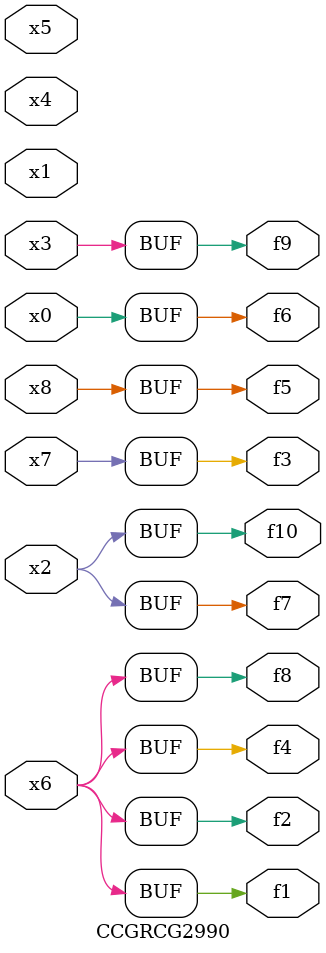
<source format=v>
module CCGRCG2990(
	input x0, x1, x2, x3, x4, x5, x6, x7, x8,
	output f1, f2, f3, f4, f5, f6, f7, f8, f9, f10
);
	assign f1 = x6;
	assign f2 = x6;
	assign f3 = x7;
	assign f4 = x6;
	assign f5 = x8;
	assign f6 = x0;
	assign f7 = x2;
	assign f8 = x6;
	assign f9 = x3;
	assign f10 = x2;
endmodule

</source>
